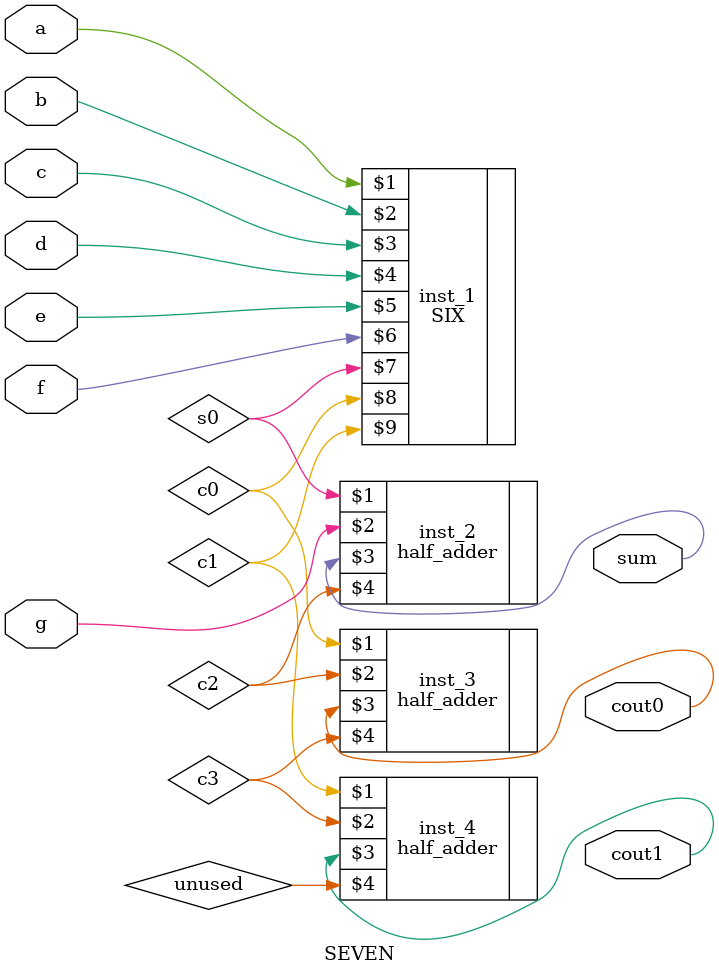
<source format=v>
module SEVEN (
     input a, b, c, d, e, f, g,
	 output sum, cout0, cout1
	 );
	 wire s0, c0, c1, c2, c3;
	 
	 SIX inst_1 (a, b, c, d, e, f, s0, c0, c1);
	 half_adder inst_2 (s0, g, sum, c2);
	 half_adder inst_3 (c0, c2, cout0, c3);
	 half_adder inst_4 (c1, c3, cout1, unused);
	 
	endmodule
</source>
